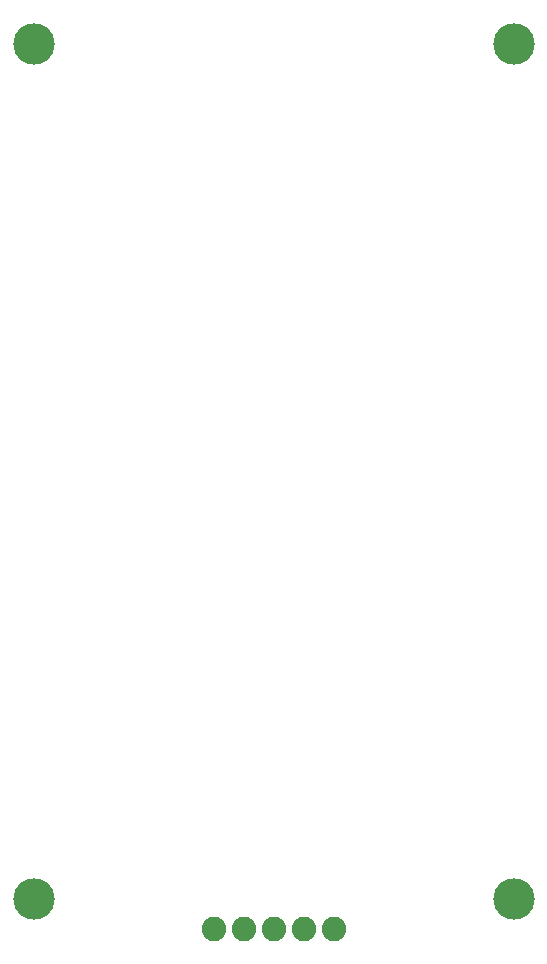
<source format=gbr>
G04 EAGLE Gerber RS-274X export*
G75*
%MOMM*%
%FSLAX34Y34*%
%LPD*%
%INSoldermask Top*%
%IPPOS*%
%AMOC8*
5,1,8,0,0,1.08239X$1,22.5*%
G01*
%ADD10C,3.505200*%
%ADD11C,2.082800*%


D10*
X444500Y38100D03*
X38100Y38100D03*
X444500Y762000D03*
X38100Y762000D03*
D11*
X190500Y12700D03*
X215900Y12700D03*
X241300Y12700D03*
X266700Y12700D03*
X292100Y12700D03*
M02*

</source>
